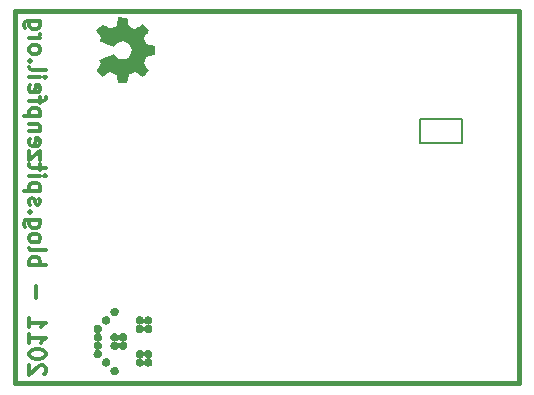
<source format=gbo>
G04 (created by PCBNEW (2013-02-09 BZR 3938)-testing) date Sun 10 Feb 2013 01:21:16 PM CET*
%MOIN*%
G04 Gerber Fmt 3.4, Leading zero omitted, Abs format*
%FSLAX34Y34*%
G01*
G70*
G90*
G04 APERTURE LIST*
%ADD10C,2.3622e-06*%
%ADD11C,0.015*%
%ADD12C,0.012*%
%ADD13C,0.0001*%
%ADD14C,0.008*%
%ADD15R,0.0649606X0.0649606*%
%ADD16C,0.0649606*%
%ADD17R,0.04X0.04*%
%ADD18R,0.062X0.09*%
%ADD19O,0.062X0.09*%
G04 APERTURE END LIST*
G54D10*
G54D11*
X58500Y-29800D02*
X41700Y-29800D01*
X41700Y-17400D02*
X58500Y-17400D01*
X58500Y-29800D02*
X58500Y-17400D01*
G54D12*
X42675Y-29505D02*
X42701Y-29479D01*
X42727Y-29427D01*
X42727Y-29296D01*
X42701Y-29244D01*
X42675Y-29217D01*
X42622Y-29191D01*
X42570Y-29191D01*
X42491Y-29217D01*
X42177Y-29532D01*
X42177Y-29191D01*
X42727Y-28851D02*
X42727Y-28798D01*
X42701Y-28746D01*
X42675Y-28720D01*
X42622Y-28694D01*
X42517Y-28667D01*
X42386Y-28667D01*
X42282Y-28694D01*
X42229Y-28720D01*
X42203Y-28746D01*
X42177Y-28798D01*
X42177Y-28851D01*
X42203Y-28903D01*
X42229Y-28929D01*
X42282Y-28955D01*
X42386Y-28982D01*
X42517Y-28982D01*
X42622Y-28955D01*
X42675Y-28929D01*
X42701Y-28903D01*
X42727Y-28851D01*
X42177Y-28144D02*
X42177Y-28458D01*
X42177Y-28301D02*
X42727Y-28301D01*
X42648Y-28353D01*
X42596Y-28405D01*
X42570Y-28458D01*
X42177Y-27620D02*
X42177Y-27934D01*
X42177Y-27777D02*
X42727Y-27777D01*
X42648Y-27829D01*
X42596Y-27882D01*
X42570Y-27934D01*
X42386Y-26965D02*
X42386Y-26546D01*
X42177Y-25865D02*
X42727Y-25865D01*
X42517Y-25865D02*
X42544Y-25813D01*
X42544Y-25708D01*
X42517Y-25655D01*
X42491Y-25629D01*
X42439Y-25603D01*
X42282Y-25603D01*
X42229Y-25629D01*
X42203Y-25655D01*
X42177Y-25708D01*
X42177Y-25813D01*
X42203Y-25865D01*
X42177Y-25289D02*
X42203Y-25341D01*
X42255Y-25367D01*
X42727Y-25367D01*
X42177Y-25001D02*
X42203Y-25053D01*
X42229Y-25079D01*
X42282Y-25105D01*
X42439Y-25105D01*
X42491Y-25079D01*
X42517Y-25053D01*
X42544Y-25001D01*
X42544Y-24922D01*
X42517Y-24870D01*
X42491Y-24844D01*
X42439Y-24817D01*
X42282Y-24817D01*
X42229Y-24844D01*
X42203Y-24870D01*
X42177Y-24922D01*
X42177Y-25001D01*
X42544Y-24346D02*
X42098Y-24346D01*
X42046Y-24372D01*
X42020Y-24398D01*
X41994Y-24451D01*
X41994Y-24529D01*
X42020Y-24582D01*
X42203Y-24346D02*
X42177Y-24398D01*
X42177Y-24503D01*
X42203Y-24555D01*
X42229Y-24582D01*
X42282Y-24608D01*
X42439Y-24608D01*
X42491Y-24582D01*
X42517Y-24555D01*
X42544Y-24503D01*
X42544Y-24398D01*
X42517Y-24346D01*
X42229Y-24084D02*
X42203Y-24058D01*
X42177Y-24084D01*
X42203Y-24110D01*
X42229Y-24084D01*
X42177Y-24084D01*
X42203Y-23848D02*
X42177Y-23796D01*
X42177Y-23691D01*
X42203Y-23639D01*
X42255Y-23613D01*
X42282Y-23613D01*
X42334Y-23639D01*
X42360Y-23691D01*
X42360Y-23770D01*
X42386Y-23822D01*
X42439Y-23848D01*
X42465Y-23848D01*
X42517Y-23822D01*
X42544Y-23770D01*
X42544Y-23691D01*
X42517Y-23639D01*
X42544Y-23377D02*
X41994Y-23377D01*
X42517Y-23377D02*
X42544Y-23325D01*
X42544Y-23220D01*
X42517Y-23167D01*
X42491Y-23141D01*
X42439Y-23115D01*
X42282Y-23115D01*
X42229Y-23141D01*
X42203Y-23167D01*
X42177Y-23220D01*
X42177Y-23325D01*
X42203Y-23377D01*
X42177Y-22879D02*
X42544Y-22879D01*
X42727Y-22879D02*
X42701Y-22905D01*
X42675Y-22879D01*
X42701Y-22853D01*
X42727Y-22879D01*
X42675Y-22879D01*
X42544Y-22696D02*
X42544Y-22486D01*
X42727Y-22617D02*
X42255Y-22617D01*
X42203Y-22591D01*
X42177Y-22539D01*
X42177Y-22486D01*
X42544Y-22355D02*
X42544Y-22067D01*
X42177Y-22355D01*
X42177Y-22067D01*
X42203Y-21648D02*
X42177Y-21701D01*
X42177Y-21805D01*
X42203Y-21858D01*
X42255Y-21884D01*
X42465Y-21884D01*
X42517Y-21858D01*
X42544Y-21805D01*
X42544Y-21701D01*
X42517Y-21648D01*
X42465Y-21622D01*
X42413Y-21622D01*
X42360Y-21884D01*
X42544Y-21386D02*
X42177Y-21386D01*
X42491Y-21386D02*
X42517Y-21360D01*
X42544Y-21308D01*
X42544Y-21229D01*
X42517Y-21177D01*
X42465Y-21151D01*
X42177Y-21151D01*
X42544Y-20889D02*
X41994Y-20889D01*
X42517Y-20889D02*
X42544Y-20836D01*
X42544Y-20732D01*
X42517Y-20679D01*
X42491Y-20653D01*
X42439Y-20627D01*
X42282Y-20627D01*
X42229Y-20653D01*
X42203Y-20679D01*
X42177Y-20732D01*
X42177Y-20836D01*
X42203Y-20889D01*
X42544Y-20470D02*
X42544Y-20260D01*
X42177Y-20391D02*
X42648Y-20391D01*
X42701Y-20365D01*
X42727Y-20313D01*
X42727Y-20260D01*
X42203Y-19867D02*
X42177Y-19920D01*
X42177Y-20025D01*
X42203Y-20077D01*
X42255Y-20103D01*
X42465Y-20103D01*
X42517Y-20077D01*
X42544Y-20025D01*
X42544Y-19920D01*
X42517Y-19867D01*
X42465Y-19841D01*
X42413Y-19841D01*
X42360Y-20103D01*
X42177Y-19605D02*
X42544Y-19605D01*
X42727Y-19605D02*
X42701Y-19632D01*
X42675Y-19605D01*
X42701Y-19579D01*
X42727Y-19605D01*
X42675Y-19605D01*
X42177Y-19265D02*
X42203Y-19317D01*
X42255Y-19344D01*
X42727Y-19344D01*
X42229Y-19055D02*
X42203Y-19029D01*
X42177Y-19055D01*
X42203Y-19082D01*
X42229Y-19055D01*
X42177Y-19055D01*
X42177Y-18715D02*
X42203Y-18767D01*
X42229Y-18794D01*
X42282Y-18820D01*
X42439Y-18820D01*
X42491Y-18794D01*
X42517Y-18767D01*
X42544Y-18715D01*
X42544Y-18636D01*
X42517Y-18584D01*
X42491Y-18558D01*
X42439Y-18532D01*
X42282Y-18532D01*
X42229Y-18558D01*
X42203Y-18584D01*
X42177Y-18636D01*
X42177Y-18715D01*
X42177Y-18296D02*
X42544Y-18296D01*
X42439Y-18296D02*
X42491Y-18270D01*
X42517Y-18244D01*
X42544Y-18191D01*
X42544Y-18139D01*
X42544Y-17720D02*
X42098Y-17720D01*
X42046Y-17746D01*
X42020Y-17772D01*
X41994Y-17825D01*
X41994Y-17903D01*
X42020Y-17955D01*
X42203Y-17720D02*
X42177Y-17772D01*
X42177Y-17877D01*
X42203Y-17929D01*
X42229Y-17955D01*
X42282Y-17982D01*
X42439Y-17982D01*
X42491Y-17955D01*
X42517Y-17929D01*
X42544Y-17877D01*
X42544Y-17772D01*
X42517Y-17720D01*
G54D11*
X41700Y-17400D02*
X41700Y-29800D01*
G54D13*
G36*
X44317Y-28824D02*
X44321Y-28852D01*
X44330Y-28879D01*
X44336Y-28890D01*
X44352Y-28914D01*
X44373Y-28933D01*
X44397Y-28947D01*
X44422Y-28957D01*
X44450Y-28961D01*
X44477Y-28960D01*
X44505Y-28953D01*
X44531Y-28941D01*
X44543Y-28933D01*
X44556Y-28921D01*
X44568Y-28908D01*
X44577Y-28896D01*
X44579Y-28892D01*
X44590Y-28868D01*
X44596Y-28843D01*
X44597Y-28815D01*
X44597Y-28806D01*
X44595Y-28790D01*
X44591Y-28776D01*
X44585Y-28762D01*
X44576Y-28746D01*
X44558Y-28723D01*
X44536Y-28704D01*
X44510Y-28690D01*
X44498Y-28686D01*
X44484Y-28683D01*
X44473Y-28681D01*
X44472Y-28681D01*
X44471Y-28680D01*
X44477Y-28679D01*
X44478Y-28679D01*
X44496Y-28675D01*
X44515Y-28668D01*
X44531Y-28660D01*
X44552Y-28644D01*
X44571Y-28623D01*
X44586Y-28598D01*
X44595Y-28570D01*
X44598Y-28541D01*
X44598Y-28533D01*
X44595Y-28511D01*
X44589Y-28490D01*
X44587Y-28485D01*
X44574Y-28462D01*
X44557Y-28441D01*
X44536Y-28423D01*
X44512Y-28410D01*
X44487Y-28403D01*
X44486Y-28402D01*
X44479Y-28401D01*
X44476Y-28400D01*
X44476Y-28400D01*
X44480Y-28399D01*
X44487Y-28397D01*
X44490Y-28397D01*
X44514Y-28389D01*
X44538Y-28375D01*
X44559Y-28357D01*
X44573Y-28340D01*
X44587Y-28316D01*
X44595Y-28289D01*
X44598Y-28259D01*
X44596Y-28238D01*
X44589Y-28210D01*
X44577Y-28185D01*
X44559Y-28162D01*
X44536Y-28144D01*
X44533Y-28142D01*
X44523Y-28135D01*
X44514Y-28131D01*
X44507Y-28129D01*
X44495Y-28125D01*
X44483Y-28122D01*
X44473Y-28120D01*
X44472Y-28120D01*
X44472Y-28120D01*
X44478Y-28119D01*
X44493Y-28115D01*
X44512Y-28108D01*
X44529Y-28100D01*
X44552Y-28083D01*
X44571Y-28062D01*
X44586Y-28037D01*
X44595Y-28009D01*
X44598Y-27980D01*
X44596Y-27954D01*
X44588Y-27926D01*
X44575Y-27901D01*
X44555Y-27879D01*
X44543Y-27868D01*
X44527Y-27857D01*
X44510Y-27849D01*
X44495Y-27844D01*
X44467Y-27839D01*
X44439Y-27840D01*
X44413Y-27846D01*
X44389Y-27857D01*
X44367Y-27872D01*
X44348Y-27891D01*
X44333Y-27914D01*
X44323Y-27940D01*
X44318Y-27968D01*
X44318Y-27971D01*
X44319Y-28000D01*
X44325Y-28026D01*
X44338Y-28052D01*
X44344Y-28061D01*
X44360Y-28080D01*
X44380Y-28096D01*
X44401Y-28108D01*
X44409Y-28111D01*
X44421Y-28115D01*
X44433Y-28118D01*
X44443Y-28119D01*
X44448Y-28119D01*
X44443Y-28120D01*
X44439Y-28121D01*
X44426Y-28123D01*
X44412Y-28127D01*
X44400Y-28132D01*
X44387Y-28138D01*
X44364Y-28156D01*
X44345Y-28177D01*
X44330Y-28202D01*
X44320Y-28230D01*
X44319Y-28235D01*
X44318Y-28254D01*
X44318Y-28274D01*
X44321Y-28293D01*
X44327Y-28311D01*
X44341Y-28338D01*
X44360Y-28361D01*
X44361Y-28362D01*
X44382Y-28378D01*
X44405Y-28390D01*
X44429Y-28398D01*
X44430Y-28398D01*
X44437Y-28399D01*
X44439Y-28400D01*
X44437Y-28401D01*
X44431Y-28402D01*
X44429Y-28402D01*
X44415Y-28406D01*
X44399Y-28412D01*
X44384Y-28420D01*
X44367Y-28433D01*
X44347Y-28454D01*
X44331Y-28479D01*
X44321Y-28507D01*
X44320Y-28512D01*
X44318Y-28531D01*
X44318Y-28551D01*
X44320Y-28569D01*
X44325Y-28585D01*
X44337Y-28611D01*
X44354Y-28634D01*
X44375Y-28654D01*
X44400Y-28668D01*
X44408Y-28671D01*
X44421Y-28675D01*
X44433Y-28678D01*
X44443Y-28680D01*
X44444Y-28680D01*
X44444Y-28680D01*
X44439Y-28681D01*
X44438Y-28681D01*
X44420Y-28686D01*
X44401Y-28693D01*
X44385Y-28701D01*
X44379Y-28705D01*
X44358Y-28723D01*
X44340Y-28745D01*
X44327Y-28769D01*
X44320Y-28796D01*
X44317Y-28824D01*
X44317Y-28824D01*
G37*
G36*
X44598Y-27689D02*
X44599Y-27706D01*
X44600Y-27723D01*
X44605Y-27741D01*
X44617Y-27768D01*
X44633Y-27791D01*
X44654Y-27811D01*
X44679Y-27825D01*
X44705Y-27835D01*
X44734Y-27839D01*
X44762Y-27837D01*
X44789Y-27829D01*
X44814Y-27817D01*
X44837Y-27799D01*
X44855Y-27776D01*
X44860Y-27769D01*
X44872Y-27742D01*
X44879Y-27714D01*
X44879Y-27685D01*
X44873Y-27656D01*
X44863Y-27633D01*
X44847Y-27609D01*
X44826Y-27588D01*
X44801Y-27572D01*
X44773Y-27562D01*
X44759Y-27559D01*
X44741Y-27558D01*
X44723Y-27559D01*
X44708Y-27561D01*
X44702Y-27562D01*
X44674Y-27573D01*
X44649Y-27590D01*
X44629Y-27611D01*
X44612Y-27637D01*
X44607Y-27649D01*
X44602Y-27665D01*
X44599Y-27680D01*
X44598Y-27689D01*
X44598Y-27689D01*
G37*
G36*
X44598Y-29105D02*
X44602Y-29134D01*
X44612Y-29162D01*
X44628Y-29188D01*
X44632Y-29193D01*
X44652Y-29213D01*
X44677Y-29228D01*
X44704Y-29238D01*
X44719Y-29241D01*
X44737Y-29242D01*
X44755Y-29241D01*
X44770Y-29239D01*
X44776Y-29237D01*
X44804Y-29226D01*
X44828Y-29210D01*
X44848Y-29190D01*
X44864Y-29166D01*
X44874Y-29139D01*
X44879Y-29109D01*
X44879Y-29099D01*
X44876Y-29070D01*
X44867Y-29044D01*
X44853Y-29020D01*
X44835Y-29000D01*
X44813Y-28983D01*
X44789Y-28971D01*
X44762Y-28963D01*
X44732Y-28962D01*
X44715Y-28963D01*
X44700Y-28967D01*
X44683Y-28973D01*
X44662Y-28984D01*
X44640Y-29002D01*
X44622Y-29024D01*
X44608Y-29049D01*
X44600Y-29076D01*
X44598Y-29105D01*
X44598Y-29105D01*
G37*
G36*
X44880Y-27410D02*
X44880Y-27429D01*
X44882Y-27447D01*
X44888Y-27467D01*
X44901Y-27493D01*
X44920Y-27516D01*
X44938Y-27531D01*
X44962Y-27546D01*
X44989Y-27555D01*
X45001Y-27557D01*
X45017Y-27558D01*
X45034Y-27557D01*
X45049Y-27555D01*
X45057Y-27553D01*
X45085Y-27542D01*
X45109Y-27526D01*
X45130Y-27505D01*
X45145Y-27479D01*
X45150Y-27470D01*
X45156Y-27452D01*
X45159Y-27434D01*
X45159Y-27412D01*
X45158Y-27399D01*
X45156Y-27384D01*
X45152Y-27370D01*
X45145Y-27355D01*
X45141Y-27346D01*
X45123Y-27322D01*
X45101Y-27303D01*
X45076Y-27288D01*
X45047Y-27279D01*
X45041Y-27278D01*
X45024Y-27277D01*
X45007Y-27278D01*
X44992Y-27279D01*
X44982Y-27282D01*
X44954Y-27293D01*
X44930Y-27309D01*
X44910Y-27329D01*
X44894Y-27354D01*
X44883Y-27383D01*
X44882Y-27391D01*
X44880Y-27410D01*
X44880Y-27410D01*
G37*
G36*
X44879Y-28536D02*
X44881Y-28565D01*
X44889Y-28591D01*
X44896Y-28607D01*
X44913Y-28631D01*
X44934Y-28651D01*
X44958Y-28666D01*
X44986Y-28676D01*
X44991Y-28677D01*
X45014Y-28681D01*
X45036Y-28680D01*
X45060Y-28674D01*
X45088Y-28663D01*
X45111Y-28646D01*
X45131Y-28625D01*
X45146Y-28600D01*
X45156Y-28572D01*
X45161Y-28554D01*
X45162Y-28563D01*
X45162Y-28566D01*
X45168Y-28586D01*
X45177Y-28607D01*
X45190Y-28626D01*
X45192Y-28629D01*
X45213Y-28650D01*
X45236Y-28665D01*
X45262Y-28675D01*
X45290Y-28680D01*
X45317Y-28679D01*
X45345Y-28673D01*
X45371Y-28661D01*
X45372Y-28660D01*
X45395Y-28643D01*
X45414Y-28622D01*
X45427Y-28598D01*
X45436Y-28572D01*
X45440Y-28545D01*
X45438Y-28518D01*
X45431Y-28492D01*
X45419Y-28466D01*
X45402Y-28443D01*
X45388Y-28431D01*
X45368Y-28417D01*
X45346Y-28407D01*
X45325Y-28402D01*
X45320Y-28401D01*
X45317Y-28400D01*
X45319Y-28399D01*
X45325Y-28398D01*
X45344Y-28394D01*
X45364Y-28385D01*
X45383Y-28373D01*
X45392Y-28366D01*
X45411Y-28345D01*
X45426Y-28321D01*
X45436Y-28294D01*
X45440Y-28265D01*
X45438Y-28236D01*
X45434Y-28219D01*
X45422Y-28192D01*
X45406Y-28169D01*
X45385Y-28149D01*
X45361Y-28134D01*
X45333Y-28124D01*
X45319Y-28121D01*
X45291Y-28120D01*
X45263Y-28125D01*
X45236Y-28135D01*
X45213Y-28151D01*
X45192Y-28171D01*
X45176Y-28196D01*
X45171Y-28207D01*
X45166Y-28220D01*
X45163Y-28232D01*
X45161Y-28241D01*
X45161Y-28242D01*
X45160Y-28242D01*
X45159Y-28236D01*
X45155Y-28222D01*
X45148Y-28203D01*
X45140Y-28187D01*
X45134Y-28178D01*
X45117Y-28160D01*
X45097Y-28143D01*
X45076Y-28131D01*
X45053Y-28124D01*
X45028Y-28120D01*
X45003Y-28120D01*
X44998Y-28121D01*
X44969Y-28129D01*
X44944Y-28142D01*
X44920Y-28161D01*
X44907Y-28177D01*
X44891Y-28202D01*
X44882Y-28230D01*
X44881Y-28241D01*
X44880Y-28256D01*
X44881Y-28272D01*
X44882Y-28287D01*
X44884Y-28298D01*
X44887Y-28307D01*
X44901Y-28335D01*
X44919Y-28358D01*
X44942Y-28377D01*
X44953Y-28384D01*
X44972Y-28392D01*
X44990Y-28398D01*
X44992Y-28398D01*
X44998Y-28399D01*
X45001Y-28400D01*
X45001Y-28400D01*
X45038Y-28400D01*
X45038Y-28400D01*
X45042Y-28399D01*
X45049Y-28398D01*
X45051Y-28397D01*
X45076Y-28389D01*
X45099Y-28375D01*
X45120Y-28357D01*
X45138Y-28336D01*
X45150Y-28312D01*
X45151Y-28311D01*
X45155Y-28298D01*
X45158Y-28287D01*
X45160Y-28274D01*
X45162Y-28286D01*
X45166Y-28303D01*
X45178Y-28328D01*
X45194Y-28351D01*
X45214Y-28370D01*
X45236Y-28385D01*
X45248Y-28391D01*
X45263Y-28396D01*
X45275Y-28398D01*
X45280Y-28399D01*
X45283Y-28400D01*
X45281Y-28401D01*
X45275Y-28402D01*
X45264Y-28404D01*
X45250Y-28409D01*
X45236Y-28415D01*
X45222Y-28423D01*
X45201Y-28441D01*
X45183Y-28463D01*
X45170Y-28488D01*
X45162Y-28514D01*
X45160Y-28527D01*
X45158Y-28514D01*
X45157Y-28512D01*
X45154Y-28500D01*
X45150Y-28488D01*
X45149Y-28485D01*
X45136Y-28462D01*
X45119Y-28441D01*
X45097Y-28423D01*
X45074Y-28410D01*
X45049Y-28403D01*
X45048Y-28402D01*
X45041Y-28401D01*
X45038Y-28400D01*
X45001Y-28400D01*
X45001Y-28400D01*
X44998Y-28401D01*
X44990Y-28402D01*
X44972Y-28407D01*
X44947Y-28419D01*
X44925Y-28436D01*
X44906Y-28457D01*
X44892Y-28482D01*
X44892Y-28482D01*
X44883Y-28508D01*
X44879Y-28536D01*
X44879Y-28536D01*
G37*
G36*
X44880Y-29372D02*
X44880Y-29395D01*
X44883Y-29416D01*
X44887Y-29429D01*
X44900Y-29456D01*
X44917Y-29479D01*
X44938Y-29497D01*
X44963Y-29511D01*
X44990Y-29520D01*
X45020Y-29523D01*
X45031Y-29523D01*
X45060Y-29517D01*
X45087Y-29506D01*
X45112Y-29489D01*
X45118Y-29484D01*
X45134Y-29464D01*
X45148Y-29440D01*
X45156Y-29415D01*
X45156Y-29415D01*
X45159Y-29394D01*
X45159Y-29371D01*
X45156Y-29350D01*
X45154Y-29342D01*
X45143Y-29316D01*
X45127Y-29292D01*
X45108Y-29273D01*
X45085Y-29258D01*
X45059Y-29248D01*
X45032Y-29243D01*
X45004Y-29243D01*
X44975Y-29249D01*
X44954Y-29259D01*
X44930Y-29275D01*
X44909Y-29296D01*
X44894Y-29320D01*
X44884Y-29347D01*
X44883Y-29351D01*
X44880Y-29372D01*
X44880Y-29372D01*
G37*
G36*
X45721Y-27984D02*
X45724Y-28011D01*
X45734Y-28038D01*
X45740Y-28051D01*
X45749Y-28064D01*
X45761Y-28077D01*
X45777Y-28091D01*
X45800Y-28106D01*
X45828Y-28116D01*
X45835Y-28117D01*
X45854Y-28119D01*
X45874Y-28119D01*
X45891Y-28117D01*
X45914Y-28109D01*
X45939Y-28096D01*
X45960Y-28079D01*
X45963Y-28076D01*
X45973Y-28063D01*
X45983Y-28048D01*
X45991Y-28034D01*
X45993Y-28029D01*
X45996Y-28018D01*
X45999Y-28006D01*
X46001Y-27998D01*
X46001Y-27993D01*
X46002Y-27998D01*
X46004Y-28005D01*
X46006Y-28014D01*
X46009Y-28024D01*
X46019Y-28045D01*
X46032Y-28066D01*
X46047Y-28083D01*
X46050Y-28085D01*
X46074Y-28102D01*
X46101Y-28114D01*
X46129Y-28119D01*
X46157Y-28119D01*
X46164Y-28118D01*
X46193Y-28110D01*
X46218Y-28097D01*
X46241Y-28078D01*
X46256Y-28061D01*
X46271Y-28037D01*
X46280Y-28009D01*
X46281Y-28004D01*
X46282Y-27985D01*
X46282Y-27965D01*
X46279Y-27947D01*
X46274Y-27931D01*
X46262Y-27905D01*
X46244Y-27883D01*
X46223Y-27864D01*
X46199Y-27850D01*
X46172Y-27842D01*
X46168Y-27841D01*
X46162Y-27839D01*
X46159Y-27838D01*
X46162Y-27837D01*
X46168Y-27837D01*
X46180Y-27834D01*
X46192Y-27829D01*
X46204Y-27824D01*
X46212Y-27820D01*
X46236Y-27803D01*
X46256Y-27781D01*
X46270Y-27757D01*
X46279Y-27729D01*
X46282Y-27699D01*
X46281Y-27676D01*
X46274Y-27649D01*
X46262Y-27624D01*
X46252Y-27610D01*
X46231Y-27590D01*
X46208Y-27574D01*
X46182Y-27563D01*
X46154Y-27558D01*
X46126Y-27559D01*
X46100Y-27565D01*
X46073Y-27576D01*
X46049Y-27593D01*
X46030Y-27614D01*
X46015Y-27640D01*
X46005Y-27669D01*
X46001Y-27684D01*
X46000Y-27675D01*
X45999Y-27669D01*
X45992Y-27647D01*
X45981Y-27625D01*
X45966Y-27604D01*
X45948Y-27588D01*
X45934Y-27578D01*
X45914Y-27568D01*
X45896Y-27562D01*
X45881Y-27559D01*
X45863Y-27558D01*
X45845Y-27559D01*
X45830Y-27561D01*
X45814Y-27566D01*
X45787Y-27579D01*
X45764Y-27597D01*
X45745Y-27619D01*
X45731Y-27645D01*
X45723Y-27675D01*
X45722Y-27682D01*
X45721Y-27699D01*
X45722Y-27717D01*
X45725Y-27733D01*
X45729Y-27745D01*
X45741Y-27771D01*
X45759Y-27794D01*
X45780Y-27813D01*
X45805Y-27827D01*
X45833Y-27836D01*
X45836Y-27837D01*
X45842Y-27838D01*
X45841Y-27839D01*
X45880Y-27839D01*
X45881Y-27838D01*
X45887Y-27836D01*
X45888Y-27836D01*
X45907Y-27831D01*
X45927Y-27822D01*
X45945Y-27811D01*
X45955Y-27802D01*
X45975Y-27781D01*
X45990Y-27755D01*
X45999Y-27727D01*
X46002Y-27713D01*
X46004Y-27723D01*
X46005Y-27731D01*
X46008Y-27740D01*
X46010Y-27746D01*
X46022Y-27771D01*
X46040Y-27794D01*
X46061Y-27813D01*
X46086Y-27827D01*
X46112Y-27836D01*
X46119Y-27837D01*
X46123Y-27839D01*
X46121Y-27840D01*
X46112Y-27842D01*
X46111Y-27842D01*
X46096Y-27846D01*
X46080Y-27853D01*
X46065Y-27862D01*
X46056Y-27869D01*
X46042Y-27882D01*
X46029Y-27896D01*
X46020Y-27909D01*
X46020Y-27910D01*
X46010Y-27932D01*
X46003Y-27955D01*
X46001Y-27964D01*
X46000Y-27953D01*
X45992Y-27928D01*
X45979Y-27903D01*
X45962Y-27881D01*
X45941Y-27863D01*
X45933Y-27858D01*
X45920Y-27852D01*
X45906Y-27846D01*
X45893Y-27842D01*
X45883Y-27840D01*
X45883Y-27840D01*
X45880Y-27839D01*
X45841Y-27839D01*
X45841Y-27840D01*
X45835Y-27841D01*
X45827Y-27843D01*
X45818Y-27845D01*
X45804Y-27851D01*
X45779Y-27865D01*
X45758Y-27883D01*
X45742Y-27905D01*
X45730Y-27930D01*
X45723Y-27956D01*
X45721Y-27984D01*
X45721Y-27984D01*
G37*
G36*
X45721Y-28828D02*
X45725Y-28856D01*
X45735Y-28882D01*
X45750Y-28906D01*
X45769Y-28926D01*
X45792Y-28943D01*
X45818Y-28955D01*
X45827Y-28957D01*
X45835Y-28959D01*
X45837Y-28959D01*
X45842Y-28961D01*
X45842Y-28961D01*
X45881Y-28961D01*
X45885Y-28960D01*
X45895Y-28957D01*
X45911Y-28952D01*
X45936Y-28940D01*
X45958Y-28923D01*
X45976Y-28901D01*
X45990Y-28876D01*
X45999Y-28849D01*
X46002Y-28836D01*
X46004Y-28845D01*
X46004Y-28846D01*
X46010Y-28869D01*
X46020Y-28891D01*
X46026Y-28900D01*
X46038Y-28914D01*
X46051Y-28927D01*
X46065Y-28938D01*
X46077Y-28945D01*
X46095Y-28953D01*
X46112Y-28958D01*
X46119Y-28960D01*
X46123Y-28961D01*
X46121Y-28962D01*
X46112Y-28964D01*
X46094Y-28970D01*
X46068Y-28982D01*
X46045Y-29001D01*
X46027Y-29022D01*
X46012Y-29048D01*
X46004Y-29077D01*
X46002Y-29087D01*
X45999Y-29073D01*
X45996Y-29060D01*
X45984Y-29033D01*
X45967Y-29009D01*
X45945Y-28989D01*
X45937Y-28983D01*
X45924Y-28976D01*
X45909Y-28970D01*
X45899Y-28966D01*
X45888Y-28964D01*
X45888Y-28964D01*
X45882Y-28962D01*
X45881Y-28961D01*
X45842Y-28961D01*
X45841Y-28962D01*
X45834Y-28964D01*
X45824Y-28966D01*
X45803Y-28974D01*
X45783Y-28985D01*
X45772Y-28993D01*
X45751Y-29014D01*
X45736Y-29039D01*
X45725Y-29067D01*
X45723Y-29080D01*
X45721Y-29099D01*
X45722Y-29119D01*
X45725Y-29136D01*
X45725Y-29138D01*
X45737Y-29166D01*
X45753Y-29191D01*
X45774Y-29212D01*
X45798Y-29227D01*
X45827Y-29238D01*
X45839Y-29241D01*
X45859Y-29242D01*
X45879Y-29241D01*
X45896Y-29238D01*
X45911Y-29233D01*
X45931Y-29223D01*
X45948Y-29212D01*
X45962Y-29199D01*
X45976Y-29182D01*
X45987Y-29164D01*
X45990Y-29157D01*
X45995Y-29144D01*
X45999Y-29131D01*
X46001Y-29121D01*
X46001Y-29120D01*
X46002Y-29123D01*
X46005Y-29131D01*
X46010Y-29148D01*
X46017Y-29166D01*
X46026Y-29181D01*
X46028Y-29184D01*
X46045Y-29203D01*
X46065Y-29219D01*
X46086Y-29231D01*
X46096Y-29235D01*
X46124Y-29241D01*
X46153Y-29242D01*
X46181Y-29237D01*
X46187Y-29235D01*
X46213Y-29223D01*
X46236Y-29206D01*
X46255Y-29184D01*
X46270Y-29159D01*
X46280Y-29132D01*
X46280Y-29128D01*
X46282Y-29108D01*
X46282Y-29088D01*
X46279Y-29069D01*
X46278Y-29065D01*
X46267Y-29037D01*
X46251Y-29012D01*
X46230Y-28992D01*
X46204Y-28976D01*
X46196Y-28972D01*
X46183Y-28967D01*
X46171Y-28964D01*
X46162Y-28963D01*
X46161Y-28963D01*
X46159Y-28962D01*
X46163Y-28960D01*
X46171Y-28958D01*
X46191Y-28953D01*
X46215Y-28941D01*
X46237Y-28924D01*
X46256Y-28903D01*
X46270Y-28879D01*
X46270Y-28878D01*
X46279Y-28852D01*
X46282Y-28824D01*
X46280Y-28796D01*
X46273Y-28769D01*
X46266Y-28754D01*
X46249Y-28730D01*
X46228Y-28710D01*
X46204Y-28694D01*
X46176Y-28685D01*
X46170Y-28683D01*
X46148Y-28680D01*
X46126Y-28681D01*
X46100Y-28687D01*
X46073Y-28699D01*
X46049Y-28715D01*
X46030Y-28737D01*
X46015Y-28762D01*
X46005Y-28791D01*
X46003Y-28797D01*
X46001Y-28802D01*
X46001Y-28802D01*
X46000Y-28793D01*
X45995Y-28777D01*
X45988Y-28760D01*
X45978Y-28744D01*
X45966Y-28728D01*
X45945Y-28708D01*
X45919Y-28693D01*
X45915Y-28691D01*
X45888Y-28683D01*
X45859Y-28680D01*
X45830Y-28684D01*
X45803Y-28693D01*
X45790Y-28699D01*
X45777Y-28708D01*
X45764Y-28720D01*
X45763Y-28721D01*
X45744Y-28744D01*
X45731Y-28769D01*
X45723Y-28797D01*
X45722Y-28800D01*
X45721Y-28828D01*
X45721Y-28828D01*
G37*
G36*
X44416Y-18036D02*
X44422Y-18048D01*
X44438Y-18073D01*
X44462Y-18110D01*
X44491Y-18153D01*
X44521Y-18197D01*
X44545Y-18232D01*
X44561Y-18257D01*
X44566Y-18268D01*
X44564Y-18273D01*
X44554Y-18294D01*
X44539Y-18324D01*
X44530Y-18341D01*
X44518Y-18369D01*
X44516Y-18382D01*
X44519Y-18385D01*
X44540Y-18395D01*
X44576Y-18410D01*
X44624Y-18431D01*
X44679Y-18455D01*
X44739Y-18480D01*
X44800Y-18506D01*
X44859Y-18530D01*
X44911Y-18551D01*
X44954Y-18568D01*
X44983Y-18580D01*
X44996Y-18584D01*
X44999Y-18583D01*
X45012Y-18569D01*
X45030Y-18545D01*
X45072Y-18493D01*
X45136Y-18442D01*
X45209Y-18411D01*
X45289Y-18400D01*
X45364Y-18409D01*
X45436Y-18439D01*
X45500Y-18489D01*
X45548Y-18549D01*
X45579Y-18620D01*
X45588Y-18700D01*
X45580Y-18776D01*
X45551Y-18849D01*
X45502Y-18914D01*
X45470Y-18941D01*
X45405Y-18979D01*
X45335Y-19000D01*
X45317Y-19003D01*
X45240Y-18999D01*
X45167Y-18977D01*
X45101Y-18936D01*
X45047Y-18880D01*
X45041Y-18873D01*
X45022Y-18846D01*
X45008Y-18829D01*
X44997Y-18815D01*
X44761Y-18913D01*
X44724Y-18929D01*
X44659Y-18956D01*
X44604Y-18979D01*
X44560Y-18998D01*
X44530Y-19011D01*
X44518Y-19017D01*
X44518Y-19018D01*
X44516Y-19026D01*
X44523Y-19044D01*
X44539Y-19077D01*
X44550Y-19099D01*
X44562Y-19124D01*
X44566Y-19135D01*
X44561Y-19145D01*
X44546Y-19169D01*
X44522Y-19204D01*
X44493Y-19246D01*
X44466Y-19286D01*
X44442Y-19323D01*
X44425Y-19350D01*
X44418Y-19363D01*
X44418Y-19365D01*
X44424Y-19377D01*
X44442Y-19398D01*
X44472Y-19430D01*
X44517Y-19476D01*
X44524Y-19483D01*
X44562Y-19520D01*
X44594Y-19550D01*
X44616Y-19571D01*
X44627Y-19578D01*
X44627Y-19578D01*
X44640Y-19571D01*
X44666Y-19554D01*
X44704Y-19530D01*
X44748Y-19500D01*
X44861Y-19422D01*
X44968Y-19465D01*
X45001Y-19478D01*
X45041Y-19495D01*
X45069Y-19507D01*
X45082Y-19513D01*
X45086Y-19525D01*
X45093Y-19554D01*
X45102Y-19597D01*
X45111Y-19648D01*
X45120Y-19696D01*
X45128Y-19739D01*
X45134Y-19771D01*
X45137Y-19785D01*
X45139Y-19789D01*
X45146Y-19791D01*
X45161Y-19793D01*
X45187Y-19794D01*
X45229Y-19795D01*
X45289Y-19795D01*
X45296Y-19795D01*
X45354Y-19794D01*
X45399Y-19793D01*
X45429Y-19792D01*
X45441Y-19790D01*
X45441Y-19790D01*
X45444Y-19776D01*
X45451Y-19745D01*
X45459Y-19702D01*
X45469Y-19650D01*
X45470Y-19646D01*
X45480Y-19595D01*
X45489Y-19551D01*
X45496Y-19521D01*
X45500Y-19508D01*
X45504Y-19505D01*
X45524Y-19495D01*
X45556Y-19480D01*
X45595Y-19463D01*
X45636Y-19446D01*
X45672Y-19431D01*
X45700Y-19421D01*
X45712Y-19418D01*
X45712Y-19419D01*
X45725Y-19426D01*
X45752Y-19444D01*
X45789Y-19469D01*
X45833Y-19500D01*
X45836Y-19502D01*
X45880Y-19532D01*
X45917Y-19556D01*
X45944Y-19572D01*
X45956Y-19578D01*
X45956Y-19578D01*
X45969Y-19568D01*
X45994Y-19546D01*
X46028Y-19514D01*
X46066Y-19475D01*
X46078Y-19463D01*
X46120Y-19421D01*
X46147Y-19391D01*
X46162Y-19373D01*
X46165Y-19364D01*
X46165Y-19363D01*
X46157Y-19350D01*
X46139Y-19323D01*
X46113Y-19285D01*
X46083Y-19241D01*
X46081Y-19238D01*
X46051Y-19194D01*
X46026Y-19157D01*
X46009Y-19131D01*
X46002Y-19120D01*
X46002Y-19118D01*
X46008Y-19100D01*
X46019Y-19069D01*
X46033Y-19031D01*
X46050Y-18990D01*
X46065Y-18954D01*
X46078Y-18926D01*
X46085Y-18913D01*
X46086Y-18913D01*
X46101Y-18908D01*
X46134Y-18900D01*
X46179Y-18891D01*
X46233Y-18881D01*
X46242Y-18879D01*
X46294Y-18869D01*
X46337Y-18861D01*
X46367Y-18855D01*
X46379Y-18852D01*
X46381Y-18844D01*
X46383Y-18819D01*
X46384Y-18780D01*
X46384Y-18733D01*
X46384Y-18684D01*
X46383Y-18635D01*
X46381Y-18594D01*
X46379Y-18564D01*
X46377Y-18552D01*
X46376Y-18552D01*
X46360Y-18547D01*
X46327Y-18540D01*
X46282Y-18531D01*
X46228Y-18520D01*
X46218Y-18518D01*
X46166Y-18509D01*
X46124Y-18500D01*
X46094Y-18494D01*
X46083Y-18490D01*
X46080Y-18486D01*
X46071Y-18464D01*
X46056Y-18429D01*
X46039Y-18386D01*
X45998Y-18286D01*
X46083Y-18163D01*
X46090Y-18151D01*
X46120Y-18107D01*
X46145Y-18071D01*
X46161Y-18046D01*
X46167Y-18035D01*
X46166Y-18034D01*
X46156Y-18022D01*
X46133Y-17998D01*
X46100Y-17964D01*
X46062Y-17926D01*
X46033Y-17897D01*
X45999Y-17863D01*
X45976Y-17842D01*
X45961Y-17830D01*
X45952Y-17826D01*
X45946Y-17827D01*
X45933Y-17835D01*
X45906Y-17853D01*
X45869Y-17878D01*
X45825Y-17908D01*
X45789Y-17933D01*
X45748Y-17959D01*
X45718Y-17977D01*
X45704Y-17983D01*
X45698Y-17981D01*
X45674Y-17973D01*
X45637Y-17958D01*
X45594Y-17940D01*
X45497Y-17897D01*
X45484Y-17833D01*
X45477Y-17794D01*
X45467Y-17740D01*
X45457Y-17689D01*
X45441Y-17608D01*
X45145Y-17605D01*
X45139Y-17617D01*
X45136Y-17629D01*
X45129Y-17659D01*
X45121Y-17702D01*
X45111Y-17752D01*
X45103Y-17795D01*
X45095Y-17839D01*
X45089Y-17870D01*
X45086Y-17884D01*
X45082Y-17887D01*
X45061Y-17898D01*
X45027Y-17913D01*
X44987Y-17930D01*
X44946Y-17948D01*
X44907Y-17963D01*
X44878Y-17974D01*
X44863Y-17978D01*
X44852Y-17972D01*
X44826Y-17955D01*
X44790Y-17931D01*
X44747Y-17902D01*
X44704Y-17873D01*
X44667Y-17848D01*
X44641Y-17831D01*
X44629Y-17823D01*
X44620Y-17827D01*
X44600Y-17844D01*
X44566Y-17877D01*
X44518Y-17925D01*
X44511Y-17933D01*
X44474Y-17971D01*
X44444Y-18004D01*
X44424Y-18026D01*
X44416Y-18036D01*
X44416Y-18036D01*
G37*
G54D14*
X56600Y-21800D02*
X55250Y-21800D01*
X55250Y-21800D02*
X55200Y-21800D01*
X55200Y-21800D02*
X55200Y-21000D01*
X55200Y-21000D02*
X56600Y-21000D01*
X56600Y-21000D02*
X56600Y-21800D01*
%LPC*%
G54D15*
X44300Y-20100D03*
G54D16*
X44300Y-21100D03*
X44300Y-22100D03*
X44300Y-23100D03*
X44300Y-24100D03*
X44300Y-25100D03*
X44300Y-26100D03*
X44300Y-27100D03*
G54D15*
X43300Y-20100D03*
G54D16*
X43300Y-21100D03*
X43300Y-22100D03*
X43300Y-23100D03*
X43300Y-24100D03*
X43300Y-25100D03*
X43300Y-26100D03*
X43300Y-27100D03*
G54D15*
X53300Y-20100D03*
G54D16*
X52300Y-20100D03*
X51300Y-20100D03*
X50300Y-20100D03*
X49300Y-20100D03*
X48300Y-20100D03*
X47300Y-20100D03*
X46300Y-20100D03*
G54D15*
X53300Y-27100D03*
G54D16*
X52300Y-27100D03*
X51300Y-27100D03*
X50300Y-27100D03*
X49300Y-27100D03*
X48300Y-27100D03*
X47300Y-27100D03*
X46300Y-27100D03*
G54D17*
X55625Y-21400D03*
X56175Y-21400D03*
G54D16*
X55550Y-23600D03*
X57550Y-22600D03*
X57550Y-24600D03*
G54D18*
X54100Y-22100D03*
G54D19*
X53100Y-22100D03*
X52100Y-22100D03*
X51100Y-22100D03*
X50100Y-22100D03*
X49100Y-22100D03*
X48100Y-22100D03*
X47100Y-22100D03*
X47100Y-25100D03*
X48100Y-25100D03*
X49100Y-25100D03*
X50100Y-25100D03*
X51100Y-25100D03*
X52100Y-25100D03*
X53100Y-25100D03*
X54100Y-25100D03*
M02*

</source>
